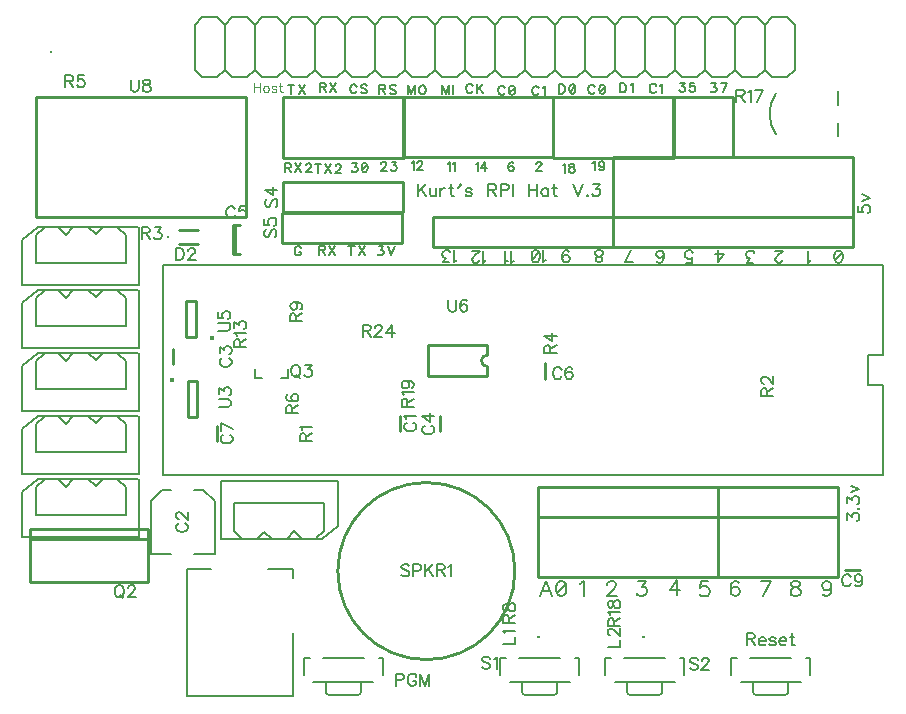
<source format=gto>
G04 DipTrace Beta 3.0.9.0*
G04 TeensyArbotixProRPIT3.6V0.3.gto*
%MOIN*%
G04 #@! TF.FileFunction,Legend,Top*
G04 #@! TF.Part,Single*
%ADD10C,0.009843*%
%ADD31C,0.008*%
%ADD42C,0.005*%
%ADD43C,0.006*%
%ADD50C,0.015395*%
%ADD55C,0.009433*%
%ADD115C,0.006176*%
%ADD116C,0.00772*%
%ADD117C,0.006995*%
%ADD118C,0.004632*%
%FSLAX26Y26*%
G04*
G70*
G90*
G75*
G01*
G04 TopSilk*
%LPD*%
X1658105Y1331462D2*
D10*
Y1280320D1*
X1040105Y873025D2*
D31*
X971360D1*
X896346D2*
X827601D1*
Y1048035D1*
X865108Y1085545D1*
X896346D1*
X1040105Y873025D2*
Y1048035D1*
X1002598Y1085545D1*
X971360D1*
X901328Y1504887D2*
D10*
Y1556029D1*
X1790328Y1280101D2*
Y1331243D1*
X1108838Y1870058D2*
Y1968491D1*
X1101389Y1870058D2*
Y1968491D1*
Y1870058D2*
X1124948D1*
X1101389Y1968491D2*
X1124948D1*
X2139840Y1507212D2*
Y1456070D1*
X1046529Y1299889D2*
Y1248747D1*
X3191028Y818055D2*
X3139886D1*
X2718561Y994016D2*
X2118561D1*
Y794016D1*
X2718561D2*
X2118561D1*
X2718561Y994016D2*
Y794016D1*
X2118561Y994016D2*
X2718561D1*
X2118561Y1094016D2*
X2718561D1*
X2118561Y994016D2*
Y1094016D1*
X2718561Y994016D2*
Y1094016D1*
X3118561Y994016D2*
X2718561D1*
X3118561Y794016D2*
X2718561D1*
X3118561Y994016D2*
Y794016D1*
X2718561Y994016D2*
Y794016D1*
X3118561Y994016D2*
Y1094016D1*
X2718561Y994016D2*
X3118561D1*
X2718561Y1094016D2*
X3118561D1*
X2718561Y994016D2*
Y1094016D1*
X3169016Y1994016D2*
Y2194016D1*
X2369016Y1994016D2*
Y2194016D1*
Y1994016D2*
X3169016D1*
X2369016Y2194016D2*
X3169016D1*
X444016Y2394016D2*
X1144016D1*
Y1994016D1*
X444016D1*
Y2394016D1*
X2769016Y2194016D2*
X2569016D1*
X2769016Y2394016D2*
Y2194016D1*
X2569016Y2394016D2*
Y2194016D1*
X2769016Y2394016D2*
X2569016D1*
X2570197Y2192441D2*
X2167835D1*
Y2395591D1*
X2570197D1*
Y2192441D1*
X1301150Y820393D2*
D31*
X1218473D1*
X1301150Y399132D2*
Y607766D1*
Y820393D2*
Y792817D1*
X946851Y399132D2*
Y820393D1*
X1029528D1*
X946851Y399132D2*
X1301150D1*
X2023384Y444014D2*
D42*
X2223386D1*
X2254620Y469019D2*
Y525261D1*
X2242120D1*
X2192119D2*
X2054650D1*
X2064373Y442015D2*
Y412012D1*
G03X2074386Y402016I10011J16D01*
G01*
X2172384D1*
G03X2182397Y412012I2J10012D01*
G01*
Y442015D1*
X2010884Y525261D2*
X1992150D1*
Y469019D1*
X973544Y2485945D2*
D43*
X998544Y2460945D1*
X1048544D1*
X1073544Y2485945D1*
X1098544Y2460945D1*
X1148544D1*
X1173544Y2485945D1*
X1198544Y2460945D1*
X1248544D1*
X1273544Y2485945D1*
X1298544Y2460945D1*
X1348544D1*
X1373544Y2485945D1*
X1398544Y2460945D1*
X1448544D1*
X1473544Y2485945D1*
X1498544Y2460945D1*
X1548544D1*
X1573544Y2485945D1*
X973544D2*
Y2635945D1*
X998544Y2660945D1*
X1048544D1*
X1073544Y2635945D1*
X1098544Y2660945D1*
X1148544D1*
X1173544Y2635945D1*
X1198544Y2660945D1*
X1248544D1*
X1273544Y2635945D1*
X1298544Y2660945D1*
X1348544D1*
X1373544Y2635945D1*
X1398544Y2660945D1*
X1448544D1*
X1473544Y2635945D1*
X1498544Y2660945D1*
X1548544D1*
X1573544Y2635945D1*
X1598544Y2660945D1*
X1648544D1*
X1673544Y2635945D1*
X1698544Y2660945D1*
X1748544D1*
X1773544Y2635945D1*
X1798544Y2660945D1*
X1848544D1*
X1873544Y2635945D1*
X1898544Y2660945D1*
X1948544D1*
X1973544Y2635945D1*
X1998544Y2660945D1*
X2048544D1*
X2073544Y2635945D1*
X2098544Y2660945D1*
X2148544D1*
X2173544Y2635945D2*
X2148544Y2660945D1*
X2173544Y2635945D2*
X2198544Y2660945D1*
X2248544D2*
X2198544D1*
X2248544D2*
X2273544Y2635945D1*
X2298544Y2660945D1*
X2348544D2*
X2298544D1*
X2348544D2*
X2373544Y2635945D1*
X2398544Y2660945D1*
X2448544D2*
X2398544D1*
X2448544D2*
X2473544Y2635945D1*
X2498544Y2660945D1*
X2548544D2*
X2498544D1*
X2548544D2*
X2573544Y2635945D1*
X2598544Y2660945D1*
X2648544D2*
X2598544D1*
X2648544D2*
X2673544Y2635945D1*
X2698544Y2660945D1*
X2748544D2*
X2698544D1*
X2748544D2*
X2773544Y2635945D1*
X2798544Y2660945D1*
X2848544D2*
X2798544D1*
X2848544D2*
X2873544Y2635945D1*
Y2485945D2*
X2848544Y2460945D1*
X2798544D1*
X2773544Y2485945D2*
X2798544Y2460945D1*
X2773544Y2485945D2*
X2748544Y2460945D1*
X2698544D1*
X2673544Y2485945D2*
X2698544Y2460945D1*
X2673544Y2485945D2*
X2648544Y2460945D1*
X2598544D1*
X2573544Y2485945D2*
X2598544Y2460945D1*
X2573544Y2485945D2*
X2548544Y2460945D1*
X2498544D2*
X2548544D1*
X2498544D2*
X2473544Y2485945D1*
X2448544Y2460945D1*
X2398544D2*
X2448544D1*
X2398544D2*
X2373544Y2485945D1*
X2348544Y2460945D1*
X2298544D1*
X2273544Y2485945D2*
X2298544Y2460945D1*
X2273544Y2485945D2*
X2248544Y2460945D1*
X2198544D1*
X2173544Y2485945D2*
X2198544Y2460945D1*
X2173544Y2485945D2*
X2148544Y2460945D1*
X2098544D1*
X2073544Y2485945D2*
X2098544Y2460945D1*
X2073544Y2485945D2*
X2048544Y2460945D1*
X1998544D1*
X1973544Y2485945D2*
X1998544Y2460945D1*
X1973544Y2485945D2*
X1948544Y2460945D1*
X1898544D1*
X1873544Y2485945D2*
X1898544Y2460945D1*
X1873544Y2485945D2*
X1848544Y2460945D1*
X1798544D1*
X1773544Y2485945D2*
X1798544Y2460945D1*
X1773544Y2485945D2*
X1748544Y2460945D1*
X1698544D1*
X1673544Y2485945D2*
X1698544Y2460945D1*
X1673544Y2485945D2*
X1648544Y2460945D1*
X1598544D1*
X1573544Y2485945D2*
X1598544Y2460945D1*
X1073544Y2635945D2*
Y2485945D1*
X1173544Y2635945D2*
Y2485945D1*
X1273544Y2635945D2*
Y2485945D1*
X1373544Y2635945D2*
Y2485945D1*
X1473544Y2635945D2*
Y2485945D1*
X1573544Y2635945D2*
Y2485945D1*
X1673544Y2635945D2*
Y2485945D1*
X1773544Y2635945D2*
Y2485945D1*
X1873544Y2635945D2*
Y2485945D1*
X1973544Y2635945D2*
Y2485945D1*
X2073544Y2635945D2*
Y2485945D1*
X2173544Y2635945D2*
Y2485945D1*
X2273544Y2635945D2*
Y2485945D1*
X2373544Y2635945D2*
Y2485945D1*
X2473544Y2635945D2*
Y2485945D1*
X2573544Y2635945D2*
Y2485945D1*
X2673544Y2635945D2*
Y2485945D1*
X2773544Y2635945D2*
Y2485945D1*
X2873544Y2635945D2*
Y2485945D1*
Y2635945D2*
X2898544Y2660945D1*
X2948544D2*
X2898544D1*
X2948544D2*
X2973544Y2635945D1*
Y2485945D2*
X2948544Y2460945D1*
X2898544D1*
X2873544Y2485945D2*
X2898544Y2460945D1*
X2973544Y2635945D2*
Y2485945D1*
X399134Y1768975D2*
D42*
X788898D1*
Y1961887D1*
X670020Y1962023D2*
X620013D1*
X570007D1*
X520000D1*
X470032D1*
X450700Y1962003D1*
X399134Y1918587D1*
Y1768975D1*
X519025Y1961019D2*
X544009Y1936019D1*
X569032Y1961019D1*
X619000Y1961887D2*
X644023Y1938027D1*
X669007Y1961887D1*
X719013D1*
X785741D1*
X718000Y1960015D2*
X743997Y1935015D1*
X744036Y1841021D1*
X443996D1*
X444035Y1934031D1*
X472020Y1959030D1*
X399134Y1558975D2*
X788898D1*
Y1751887D1*
X670020Y1752023D2*
X620013D1*
X570007D1*
X520000D1*
X470032D1*
X450700Y1752003D1*
X399134Y1708587D1*
Y1558975D1*
X519025Y1751019D2*
X544009Y1726019D1*
X569032Y1751019D1*
X619000Y1751887D2*
X644023Y1728027D1*
X669007Y1751887D1*
X719013D1*
X785741D1*
X718000Y1750015D2*
X743997Y1725015D1*
X744036Y1631021D1*
X443996D1*
X444035Y1724031D1*
X472020Y1749030D1*
X399134Y1348975D2*
X788898D1*
Y1541887D1*
X670020Y1542023D2*
X620013D1*
X570007D1*
X520000D1*
X470032D1*
X450700Y1542003D1*
X399134Y1498587D1*
Y1348975D1*
X519025Y1541019D2*
X544009Y1516019D1*
X569032Y1541019D1*
X619000Y1541887D2*
X644023Y1518027D1*
X669007Y1541887D1*
X719013D1*
X785741D1*
X718000Y1540015D2*
X743997Y1515015D1*
X744036Y1421021D1*
X443996D1*
X444035Y1514031D1*
X472020Y1539030D1*
X399134Y1138975D2*
X788898D1*
Y1331887D1*
X670020Y1332023D2*
X620013D1*
X570007D1*
X520000D1*
X470032D1*
X450700Y1332003D1*
X399134Y1288587D1*
Y1138975D1*
X519025Y1331019D2*
X544009Y1306019D1*
X569032Y1331019D1*
X619000Y1331887D2*
X644023Y1308027D1*
X669007Y1331887D1*
X719013D1*
X785741D1*
X718000Y1330015D2*
X743997Y1305015D1*
X744036Y1211021D1*
X443996D1*
X444035Y1304031D1*
X472020Y1329030D1*
X399134Y928975D2*
X788898D1*
Y1121887D1*
X670020Y1122023D2*
X620013D1*
X570007D1*
X520000D1*
X470032D1*
X450700Y1122003D1*
X399134Y1078587D1*
Y928975D1*
X519025Y1121019D2*
X544009Y1096019D1*
X569032Y1121019D1*
X619000Y1121887D2*
X644023Y1098027D1*
X669007Y1121887D1*
X719013D1*
X785741D1*
X718000Y1120015D2*
X743997Y1095015D1*
X744036Y1001021D1*
X443996D1*
X444035Y1094031D1*
X472020Y1119030D1*
X1450670Y1113908D2*
X1060906D1*
Y920996D1*
X1179784Y920861D2*
X1229790D1*
X1279797D1*
X1329804D1*
X1379772D1*
X1399104Y920880D1*
X1450670Y964297D1*
Y1113908D1*
X1330778Y921865D2*
X1305794Y946865D1*
X1280772Y921865D1*
X1230804Y920996D2*
X1205781Y944857D1*
X1180797Y920996D1*
X1130790D1*
X1064063D1*
X1131804Y922869D2*
X1105807Y947868D1*
X1105768Y1041863D1*
X1405808D1*
X1405769Y948853D1*
X1377784Y923853D1*
X3169016Y1894016D2*
D10*
X2369016D1*
X3169016Y1994016D2*
Y1894016D1*
Y1994016D2*
X2369016D1*
Y1894016D1*
Y1994016D2*
X1769016D1*
X2369016Y1894016D2*
X1769016D1*
X2369016Y1994016D2*
Y1894016D1*
X1769016Y1994016D2*
Y1894016D1*
G36*
X2123385Y590079D2*
X2115512D1*
Y597953D1*
X2123385D1*
Y590079D1*
G37*
G36*
X2473385D2*
X2465512D1*
Y597953D1*
X2473385D1*
Y590079D1*
G37*
X3119661Y2414007D2*
D42*
Y2369007D1*
Y2264007D2*
Y2309007D1*
X2911655Y2270007D2*
G02X2911655Y2408007I97267J69000D01*
G01*
G36*
X490841Y2541868D2*
X498715D1*
Y2549741D1*
X490841D1*
Y2541868D1*
G37*
X423706Y955532D2*
D10*
X817407D1*
Y778366D1*
X423706D1*
Y955532D1*
Y920099D2*
X817407D1*
X1261618Y1457167D2*
D31*
X1285239D1*
Y1488667D1*
X1198629Y1457167D2*
X1175008D1*
Y1488667D1*
X1369015Y444014D2*
D42*
X1569017D1*
X1600251Y469019D2*
Y525261D1*
X1587751D1*
X1537750D2*
X1400282D1*
X1410004Y442015D2*
Y412012D1*
G03X1420017Y402016I10011J16D01*
G01*
X1518015D1*
G03X1528028Y412012I2J10012D01*
G01*
Y442015D1*
X1356515Y525261D2*
X1337781D1*
Y469019D1*
X2373384Y444014D2*
X2573386D1*
X2604620Y469019D2*
Y525261D1*
X2592120D1*
X2542119D2*
X2404650D1*
X2414373Y442015D2*
Y412012D1*
G03X2424386Y402016I10011J16D01*
G01*
X2522384D1*
G03X2532397Y412012I2J10012D01*
G01*
Y442015D1*
X2360884Y525261D2*
X2342150D1*
Y469019D1*
X2794015Y444014D2*
X2994017D1*
X3025251Y469019D2*
Y525261D1*
X3012751D1*
X2962750D2*
X2825282D1*
X2835004Y442015D2*
Y412012D1*
G03X2845017Y402016I10012J16D01*
G01*
X2943015D1*
G03X2953028Y412012I2J10012D01*
G01*
Y442015D1*
X2781515Y525261D2*
X2762781D1*
Y469019D1*
X1267578Y2111883D2*
D10*
Y2011883D1*
X1667578Y2111883D2*
X1267578D1*
X1667578Y2011883D2*
X1267578D1*
X1667578Y2111883D2*
Y2011883D1*
X1264036Y2009914D2*
Y1909914D1*
X1664036Y2009914D2*
X1264036D1*
X1664036Y1909914D2*
X1264036D1*
X1664036Y2009914D2*
Y1909914D1*
X1670197Y2192441D2*
X1267835D1*
Y2395591D1*
X1670197D1*
Y2192441D1*
X2169016Y2394016D2*
X1669016D1*
X2169016Y2194016D2*
X1669016D1*
X2169016Y2394016D2*
Y2194016D1*
X1669016Y2394016D2*
Y2194016D1*
X1450647Y814777D2*
G02X1450647Y814777I295276J0D01*
G01*
D50*
X897090Y1452327D3*
X951156Y1447065D2*
D10*
Y1328957D1*
X982646Y1447065D2*
Y1328957D1*
X951156D2*
X982646D1*
X951156Y1447065D2*
X982646D1*
X3219096Y1533996D2*
D31*
Y1434036D1*
X3269016D1*
Y1134016D1*
X869016D1*
Y1834016D1*
X3269016D1*
Y1533996D1*
X3219096D1*
D50*
X1030734Y1590862D3*
X976669Y1596125D2*
D10*
Y1714233D1*
X945178Y1596125D2*
Y1714233D1*
X976669D2*
X945178D1*
X976669Y1596125D2*
X945178D1*
X1949329Y1566867D2*
X1752475D1*
X1949329Y1464491D2*
X1752475D1*
Y1566867D2*
Y1464491D1*
X1949329Y1535373D2*
Y1566867D1*
Y1495984D2*
Y1464491D1*
Y1535373D2*
G03X1949329Y1495984I9J-19694D01*
G01*
X921832Y1952670D2*
X984824D1*
X921832Y1905427D2*
X984824D1*
D55*
X884824Y1929049D3*
X1681223Y1309266D2*
D115*
X1677420Y1307365D1*
X1673574Y1303518D1*
X1671672Y1299716D1*
Y1292066D1*
X1673573Y1288220D1*
X1677420Y1284417D1*
X1681223Y1282472D1*
X1686971Y1280570D1*
X1696566D1*
X1702269Y1282472D1*
X1706116Y1284417D1*
X1709919Y1288220D1*
X1711864Y1292066D1*
Y1299716D1*
X1709919Y1303518D1*
X1706116Y1307365D1*
X1702269Y1309266D1*
X1679366Y1321618D2*
X1677420Y1325464D1*
X1671716Y1331212D1*
X1711864D1*
X920898Y974060D2*
X917096Y972159D1*
X913249Y968312D1*
X911348Y964510D1*
Y956860D1*
X913249Y953013D1*
X917096Y949211D1*
X920898Y947265D1*
X926646Y945364D1*
X936241D1*
X941945Y947265D1*
X945792Y949211D1*
X949594Y953013D1*
X951540Y956860D1*
Y964509D1*
X949594Y968312D1*
X945792Y972159D1*
X941945Y974060D1*
X920942Y988357D2*
X919041D1*
X915194Y990258D1*
X913293Y992159D1*
X911392Y996006D1*
Y1003656D1*
X913293Y1007458D1*
X915194Y1009359D1*
X919041Y1011305D1*
X922844D1*
X926690Y1009359D1*
X932394Y1005557D1*
X951540Y986411D1*
Y1013206D1*
X1066199Y1525233D2*
X1062397Y1523332D1*
X1058550Y1519485D1*
X1056649Y1515683D1*
Y1508033D1*
X1058550Y1504187D1*
X1062397Y1500384D1*
X1066199Y1498439D1*
X1071947Y1496537D1*
X1081542D1*
X1087246Y1498439D1*
X1091093Y1500384D1*
X1094895Y1504187D1*
X1096841Y1508033D1*
Y1515683D1*
X1094895Y1519485D1*
X1091093Y1523332D1*
X1087246Y1525233D1*
X1056693Y1541431D2*
Y1562434D1*
X1071991Y1550982D1*
Y1556730D1*
X1073893Y1560533D1*
X1075794Y1562434D1*
X1081542Y1564379D1*
X1085345D1*
X1091093Y1562434D1*
X1094939Y1558631D1*
X1096841Y1552883D1*
Y1547135D1*
X1094939Y1541431D1*
X1092994Y1539530D1*
X1089191Y1537585D1*
X1741301Y1299497D2*
X1737498Y1297595D1*
X1733651Y1293749D1*
X1731750Y1289946D1*
Y1282297D1*
X1733651Y1278450D1*
X1737498Y1274647D1*
X1741300Y1272702D1*
X1747048Y1270801D1*
X1756643D1*
X1762347Y1272702D1*
X1766194Y1274647D1*
X1769996Y1278450D1*
X1771942Y1282297D1*
Y1289946D1*
X1769996Y1293748D1*
X1766194Y1297595D1*
X1762347Y1299497D1*
X1771942Y1330993D2*
X1731794D1*
X1758545Y1311848D1*
Y1340544D1*
X1107943Y2021452D2*
X1106042Y2025255D1*
X1102195Y2029101D1*
X1098393Y2031003D1*
X1090743D1*
X1086897Y2029101D1*
X1083094Y2025255D1*
X1081148Y2021452D1*
X1079247Y2015704D1*
Y2006109D1*
X1081148Y2000405D1*
X1083094Y1996559D1*
X1086897Y1992756D1*
X1090743Y1990811D1*
X1098393D1*
X1102195Y1992756D1*
X1106042Y1996559D1*
X1107943Y2000405D1*
X1143242Y2030958D2*
X1124141D1*
X1122240Y2013759D1*
X1124141Y2015660D1*
X1129889Y2017605D1*
X1135593D1*
X1141341Y2015660D1*
X1145188Y2011857D1*
X1147089Y2006109D1*
Y2002307D1*
X1145188Y1996559D1*
X1141341Y1992712D1*
X1135593Y1990811D1*
X1129889D1*
X1124141Y1992712D1*
X1122240Y1994657D1*
X1120295Y1998460D1*
X2196624Y1485196D2*
X2194723Y1488999D1*
X2190876Y1492845D1*
X2187073Y1494747D1*
X2179424D1*
X2175577Y1492845D1*
X2171775Y1488999D1*
X2169829Y1485196D1*
X2167928Y1479448D1*
Y1469853D1*
X2169829Y1464149D1*
X2171775Y1460303D1*
X2175577Y1456500D1*
X2179424Y1454555D1*
X2187073D1*
X2190876Y1456500D1*
X2194723Y1460303D1*
X2196624Y1464149D1*
X2231923Y1488999D2*
X2230022Y1492801D1*
X2224274Y1494702D1*
X2220471D1*
X2214723Y1492801D1*
X2210877Y1487053D1*
X2208975Y1477503D1*
Y1467952D1*
X2210877Y1460303D1*
X2214723Y1456456D1*
X2220471Y1454555D1*
X2222373D1*
X2228076Y1456456D1*
X2231923Y1460303D1*
X2233825Y1466051D1*
Y1467952D1*
X2231923Y1473700D1*
X2228076Y1477503D1*
X2222373Y1479404D1*
X2220471D1*
X2214723Y1477503D1*
X2210877Y1473700D1*
X2208975Y1467952D1*
X1069647Y1269093D2*
X1065844Y1267192D1*
X1061997Y1263345D1*
X1060096Y1259542D1*
Y1251893D1*
X1061997Y1248046D1*
X1065844Y1244244D1*
X1069647Y1242298D1*
X1075395Y1240397D1*
X1084989D1*
X1090693Y1242298D1*
X1094540Y1244244D1*
X1098343Y1248046D1*
X1100288Y1251893D1*
Y1259542D1*
X1098343Y1263345D1*
X1094540Y1267192D1*
X1090693Y1269093D1*
X1100288Y1289093D2*
X1060140Y1308239D1*
Y1281444D1*
X3161183Y794938D2*
X3159281Y798740D1*
X3155434Y802587D1*
X3151632Y804488D1*
X3143983D1*
X3140136Y802587D1*
X3136333Y798740D1*
X3134388Y794938D1*
X3132487Y789190D1*
Y779595D1*
X3134388Y773891D1*
X3136333Y770044D1*
X3140136Y766242D1*
X3143983Y764296D1*
X3151632D1*
X3155434Y766242D1*
X3159281Y770044D1*
X3161183Y773891D1*
X3198427Y791091D2*
X3196482Y785343D1*
X3192679Y781496D1*
X3186931Y779595D1*
X3185030D1*
X3179282Y781496D1*
X3175479Y785343D1*
X3173534Y791091D1*
Y792992D1*
X3175479Y798740D1*
X3179282Y802543D1*
X3185030Y804444D1*
X3186931D1*
X3192679Y802543D1*
X3196482Y798740D1*
X3198427Y791091D1*
Y781496D1*
X3196482Y771946D1*
X3192679Y766198D1*
X3186931Y764296D1*
X3183129D1*
X3177381Y766198D1*
X3175479Y770044D1*
X761068Y2452594D2*
Y2423899D1*
X762969Y2418150D1*
X766816Y2414348D1*
X772564Y2412402D1*
X776366D1*
X782114Y2414348D1*
X785961Y2418150D1*
X787862Y2423899D1*
Y2452594D1*
X809764Y2452550D2*
X804061Y2450649D1*
X802115Y2446846D1*
Y2443000D1*
X804061Y2439197D1*
X807863Y2437252D1*
X815512Y2435350D1*
X821260Y2433449D1*
X825063Y2429602D1*
X826964Y2425800D1*
Y2420052D1*
X825063Y2416249D1*
X823162Y2414304D1*
X817414Y2412402D1*
X809764D1*
X804061Y2414304D1*
X802115Y2416249D1*
X800214Y2420052D1*
Y2425800D1*
X802115Y2429602D1*
X805962Y2433449D1*
X811666Y2435350D1*
X819315Y2437252D1*
X823162Y2439197D1*
X825063Y2443000D1*
Y2446846D1*
X823162Y2450649D1*
X817414Y2452550D1*
X809764D1*
X1958106Y523129D2*
X1954303Y526975D1*
X1948555Y528877D1*
X1940906D1*
X1935158Y526975D1*
X1931311Y523129D1*
Y519326D1*
X1933256Y515479D1*
X1935158Y513578D1*
X1938960Y511677D1*
X1950456Y507830D1*
X1954303Y505929D1*
X1956204Y503983D1*
X1958106Y500181D1*
Y494433D1*
X1954303Y490630D1*
X1948555Y488685D1*
X1940906D1*
X1935158Y490630D1*
X1931311Y494433D1*
X1970457Y521183D2*
X1974304Y523129D1*
X1980052Y528832D1*
Y488685D1*
X1999846Y571569D2*
X2040038D1*
Y594517D1*
X2007539Y606868D2*
X2005594Y610715D1*
X1999890Y616463D1*
X2040038D1*
X2349846Y562969D2*
X2390038D1*
Y585917D1*
X2359441Y600214D2*
X2357539D1*
X2353692Y602115D1*
X2351791Y604016D1*
X2349890Y607863D1*
Y615512D1*
X2351791Y619315D1*
X2353693Y621216D1*
X2357539Y623162D1*
X2361342D1*
X2365189Y621216D1*
X2370892Y617414D1*
X2390038Y598268D1*
Y625063D1*
X718288Y767515D2*
X714485Y765658D1*
X710638Y761811D1*
X708737Y757965D1*
X706792Y752217D1*
Y742666D1*
X708737Y736918D1*
X710638Y733115D1*
X714485Y729269D1*
X718288Y727367D1*
X725937D1*
X729784Y729269D1*
X733586Y733115D1*
X735487Y736918D1*
X737433Y742666D1*
Y752217D1*
X735487Y757965D1*
X733586Y761811D1*
X729784Y765658D1*
X725937Y767515D1*
X718288D1*
X724036Y735017D2*
X735487Y723521D1*
X751730Y757920D2*
Y759822D1*
X753631Y763668D1*
X755532Y765570D1*
X759379Y767471D1*
X767028D1*
X770831Y765570D1*
X772732Y763668D1*
X774678Y759822D1*
Y756019D1*
X772732Y752172D1*
X768930Y746469D1*
X749784Y727323D1*
X776579D1*
X1307159Y1502272D2*
X1303356Y1500415D1*
X1299510Y1496568D1*
X1297608Y1492721D1*
X1295663Y1486973D1*
Y1477422D1*
X1297608Y1471674D1*
X1299510Y1467872D1*
X1303356Y1464025D1*
X1307159Y1462124D1*
X1314808D1*
X1318655Y1464025D1*
X1322458Y1467872D1*
X1324359Y1471674D1*
X1326304Y1477422D1*
Y1486973D1*
X1324359Y1492721D1*
X1322458Y1496568D1*
X1318655Y1500415D1*
X1314808Y1502272D1*
X1307159D1*
X1312907Y1469773D2*
X1324359Y1458277D1*
X1342503Y1502227D2*
X1363505D1*
X1352053Y1486929D1*
X1357801D1*
X1361604Y1485028D1*
X1363505Y1483126D1*
X1365450Y1477378D1*
Y1473576D1*
X1363505Y1467828D1*
X1359702Y1463981D1*
X1353954Y1462080D1*
X1348206D1*
X1342503Y1463981D1*
X1340601Y1465926D1*
X1338656Y1469729D1*
X1343908Y1247535D2*
Y1264735D1*
X1341963Y1270483D1*
X1340061Y1272429D1*
X1336259Y1274330D1*
X1332412D1*
X1328610Y1272429D1*
X1326664Y1270483D1*
X1324763Y1264735D1*
Y1247535D1*
X1364955D1*
X1343908Y1260933D2*
X1364955Y1274330D1*
X1332456Y1286681D2*
X1330511Y1290528D1*
X1324807Y1296276D1*
X1364955D1*
X2881613Y1398433D2*
Y1415633D1*
X2879667Y1421381D1*
X2877766Y1423326D1*
X2873964Y1425228D1*
X2870117D1*
X2866314Y1423326D1*
X2864369Y1421381D1*
X2862468Y1415633D1*
X2862467Y1398433D1*
X2902659D1*
X2881613Y1411830D2*
X2902660Y1425227D1*
X2872062Y1439524D2*
X2870161D1*
X2866314Y1441426D1*
X2864413Y1443327D1*
X2862512Y1447174D1*
Y1454823D1*
X2864413Y1458626D1*
X2866314Y1460527D1*
X2870161Y1462472D1*
X2873964D1*
X2877810Y1460527D1*
X2883514Y1456724D1*
X2902660Y1437579D1*
Y1464374D1*
X797498Y1941470D2*
X814698D1*
X820446Y1943416D1*
X822392Y1945317D1*
X824293Y1949119D1*
Y1952966D1*
X822392Y1956769D1*
X820446Y1958714D1*
X814698Y1960615D1*
X797498D1*
Y1920423D1*
X810896Y1941470D2*
X824293Y1920423D1*
X840491Y1960571D2*
X861494D1*
X850042Y1945273D1*
X855790D1*
X859592Y1943371D1*
X861494Y1941470D1*
X863439Y1935722D1*
Y1931920D1*
X861494Y1926171D1*
X857691Y1922325D1*
X851943Y1920423D1*
X846195D1*
X840491Y1922325D1*
X838590Y1924270D1*
X836644Y1928073D1*
X2158663Y1541249D2*
Y1558449D1*
X2156717Y1564197D1*
X2154816Y1566142D1*
X2151013Y1568043D1*
X2147167D1*
X2143364Y1566142D1*
X2141419Y1564197D1*
X2139517Y1558449D1*
Y1541249D1*
X2179709D1*
X2158663Y1554646D2*
X2179709Y1568043D1*
Y1599540D2*
X2139562D1*
X2166312Y1580395D1*
Y1609091D1*
X542110Y2447842D2*
X559310D1*
X565058Y2449787D1*
X567003Y2451688D1*
X568905Y2455491D1*
Y2459338D1*
X567003Y2463140D1*
X565058Y2465086D1*
X559310Y2466987D1*
X542110D1*
Y2426795D1*
X555507Y2447842D2*
X568905Y2426795D1*
X604204Y2466943D2*
X585103D1*
X583201Y2449743D1*
X585103Y2451644D1*
X590851Y2453590D1*
X596555D1*
X602303Y2451644D1*
X606149Y2447842D1*
X608051Y2442094D1*
Y2438291D1*
X606149Y2432543D1*
X602303Y2428696D1*
X596555Y2426795D1*
X590851D1*
X585103Y2428696D1*
X583201Y2430642D1*
X581256Y2434444D1*
X1298289Y1341354D2*
Y1358554D1*
X1296343Y1364302D1*
X1294442Y1366248D1*
X1290639Y1368149D1*
X1286793D1*
X1282990Y1366248D1*
X1281045Y1364302D1*
X1279143Y1358554D1*
Y1341354D1*
X1319335D1*
X1298289Y1354752D2*
X1319335Y1368149D1*
X1284891Y1403448D2*
X1281089Y1401547D1*
X1279188Y1395799D1*
Y1391997D1*
X1281089Y1386249D1*
X1286837Y1382402D1*
X1296387Y1380500D1*
X1305938D1*
X1313587Y1382402D1*
X1317434Y1386248D1*
X1319335Y1391996D1*
Y1393898D1*
X1317434Y1399602D1*
X1313587Y1403448D1*
X1307839Y1405350D1*
X1305938D1*
X1300190Y1403448D1*
X1296387Y1399602D1*
X1294486Y1393898D1*
Y1391997D1*
X1296387Y1386248D1*
X1300190Y1382402D1*
X1305938Y1380500D1*
X2020960Y641068D2*
Y658268D1*
X2019014Y664016D1*
X2017113Y665961D1*
X2013310Y667863D1*
X2009464D1*
X2005661Y665961D1*
X2003715Y664016D1*
X2001814Y658268D1*
Y641068D1*
X2042006D1*
X2020960Y654465D2*
X2042006Y667862D1*
X2001858Y689764D2*
X2003760Y684061D1*
X2007562Y682115D1*
X2011409D1*
X2015212Y684061D1*
X2017157Y687863D1*
X2019058Y695512D1*
X2020960Y701260D1*
X2024806Y705063D1*
X2028609Y706964D1*
X2034357D1*
X2038159Y705063D1*
X2040105Y703162D1*
X2042006Y697414D1*
Y689764D1*
X2040105Y684061D1*
X2038159Y682115D1*
X2034357Y680214D1*
X2028609D1*
X2024806Y682115D1*
X2020960Y685962D1*
X2019058Y691666D1*
X2017157Y699315D1*
X2015212Y703162D1*
X2011409Y705063D1*
X2007562D1*
X2003760Y703162D1*
X2001858Y697414D1*
Y689764D1*
X1310596Y1646756D2*
Y1663956D1*
X1308650Y1669704D1*
X1306749Y1671650D1*
X1302947Y1673551D1*
X1299100D1*
X1295297Y1671650D1*
X1293352Y1669704D1*
X1291450Y1663956D1*
Y1646756D1*
X1331642D1*
X1310596Y1660154D2*
X1331642Y1673551D1*
X1304848Y1710796D2*
X1310596Y1708850D1*
X1314443Y1705048D1*
X1316344Y1699300D1*
Y1697398D1*
X1314443Y1691650D1*
X1310596Y1687848D1*
X1304848Y1685902D1*
X1302947D1*
X1297199Y1687848D1*
X1293396Y1691650D1*
X1291495Y1697398D1*
Y1699300D1*
X1293396Y1705048D1*
X1297199Y1708850D1*
X1304848Y1710796D1*
X1314443D1*
X1323993Y1708850D1*
X1329741Y1705048D1*
X1331642Y1699300D1*
Y1695497D1*
X1329741Y1689749D1*
X1325894Y1687848D1*
X1124677Y1560570D2*
Y1577770D1*
X1122732Y1583518D1*
X1120831Y1585463D1*
X1117028Y1587365D1*
X1113181D1*
X1109379Y1585463D1*
X1107433Y1583518D1*
X1105532Y1577770D1*
Y1560570D1*
X1145724D1*
X1124677Y1573967D2*
X1145724Y1587365D1*
X1113226Y1599716D2*
X1111280Y1603563D1*
X1105576Y1609311D1*
X1145724D1*
X1105576Y1625509D2*
Y1646511D1*
X1120875Y1635060D1*
Y1640808D1*
X1122776Y1644610D1*
X1124677Y1646511D1*
X1130425Y1648457D1*
X1134228D1*
X1139976Y1646511D1*
X1143823Y1642709D1*
X1145724Y1636961D1*
Y1631213D1*
X1143823Y1625509D1*
X1141877Y1623608D1*
X1138075Y1621662D1*
X2779574Y2399734D2*
X2796774D1*
X2802522Y2401679D1*
X2804467Y2403581D1*
X2806369Y2407383D1*
Y2411230D1*
X2804467Y2415032D1*
X2802522Y2416978D1*
X2796774Y2418879D1*
X2779574D1*
Y2378687D1*
X2792971Y2399734D2*
X2806369Y2378687D1*
X2818720Y2411186D2*
X2822567Y2413131D1*
X2828315Y2418835D1*
Y2378687D1*
X2848315D2*
X2867461Y2418835D1*
X2840666D1*
X2370960Y630095D2*
Y647295D1*
X2369014Y653043D1*
X2367113Y654988D1*
X2363310Y656889D1*
X2359464D1*
X2355661Y654988D1*
X2353715Y653043D1*
X2351814Y647295D1*
Y630095D1*
X2392006D1*
X2370960Y643492D2*
X2392006Y656889D1*
X2359508Y669241D2*
X2357562Y673088D1*
X2351858Y678836D1*
X2392006D1*
X2351858Y700738D2*
X2353760Y695034D1*
X2357562Y693088D1*
X2361409D1*
X2365212Y695034D1*
X2367157Y698836D1*
X2369058Y706486D1*
X2370960Y712234D1*
X2374806Y716036D1*
X2378609Y717937D1*
X2384357D1*
X2388159Y716036D1*
X2390105Y714135D1*
X2392006Y708387D1*
Y700737D1*
X2390105Y695034D1*
X2388159Y693088D1*
X2384357Y691187D1*
X2378609D1*
X2374806Y693088D1*
X2370960Y696935D1*
X2369058Y702639D1*
X2367157Y710288D1*
X2365212Y714135D1*
X2361409Y716036D1*
X2357562D1*
X2353760Y714135D1*
X2351858Y708387D1*
Y700738D1*
X1682933Y1362710D2*
Y1379910D1*
X1680988Y1385658D1*
X1679086Y1387603D1*
X1675284Y1389504D1*
X1671437D1*
X1667634Y1387603D1*
X1665689Y1385658D1*
X1663788Y1379910D1*
Y1362710D1*
X1703980D1*
X1682933Y1376107D2*
X1703980Y1389504D1*
X1671481Y1401856D2*
X1669536Y1405702D1*
X1663832Y1411450D1*
X1703980D1*
X1677185Y1448695D2*
X1682933Y1446750D1*
X1686780Y1442947D1*
X1688681Y1437199D1*
Y1435298D1*
X1686780Y1429550D1*
X1682933Y1425747D1*
X1677185Y1423802D1*
X1675284D1*
X1669536Y1425747D1*
X1665733Y1429550D1*
X1663832Y1435298D1*
Y1437199D1*
X1665733Y1442947D1*
X1669536Y1446750D1*
X1677185Y1448695D1*
X1686780D1*
X1696330Y1446750D1*
X1702078Y1442947D1*
X1703980Y1437199D1*
Y1433397D1*
X1702078Y1427649D1*
X1698232Y1425747D1*
X1644551Y451486D2*
X1661795D1*
X1667499Y453387D1*
X1669445Y455333D1*
X1671346Y459135D1*
Y464883D1*
X1669445Y468686D1*
X1667499Y470632D1*
X1661795Y472533D1*
X1644551D1*
Y432341D1*
X1712393Y462982D2*
X1710492Y466785D1*
X1706645Y470632D1*
X1702843Y472533D1*
X1695193D1*
X1691347Y470632D1*
X1687544Y466785D1*
X1685598Y462982D1*
X1683697Y457234D1*
Y447639D1*
X1685598Y441936D1*
X1687544Y438089D1*
X1691347Y434286D1*
X1695193Y432341D1*
X1702843D1*
X1706645Y434286D1*
X1710492Y438089D1*
X1712393Y441936D1*
Y447639D1*
X1702843D1*
X1755342Y432341D2*
Y472533D1*
X1740043Y432341D1*
X1724745Y472533D1*
Y432341D1*
X2650313Y519706D2*
X2646510Y523553D1*
X2640762Y525454D1*
X2633113D1*
X2627365Y523553D1*
X2623518Y519706D1*
Y515903D1*
X2625464Y512057D1*
X2627365Y510155D1*
X2631167Y508254D1*
X2642663Y504407D1*
X2646510Y502506D1*
X2648411Y500561D1*
X2650313Y496758D1*
Y491010D1*
X2646510Y487208D1*
X2640762Y485262D1*
X2633113D1*
X2627365Y487208D1*
X2623518Y491010D1*
X2664610Y515859D2*
Y517761D1*
X2666511Y521607D1*
X2668412Y523509D1*
X2672259Y525410D1*
X2679908D1*
X2683711Y523509D1*
X2685612Y521607D1*
X2687558Y517761D1*
Y513958D1*
X2685612Y510111D1*
X2681810Y504407D1*
X2662664Y485262D1*
X2689459D1*
X2814795Y588449D2*
X2831995D1*
X2837743Y590395D1*
X2839689Y592296D1*
X2841590Y596098D1*
Y599945D1*
X2839689Y603748D1*
X2837743Y605693D1*
X2831995Y607594D1*
X2814795D1*
Y567402D1*
X2828193Y588449D2*
X2841590Y567402D1*
X2853941Y582701D2*
X2876889D1*
Y586548D1*
X2874988Y590395D1*
X2873087Y592296D1*
X2869240Y594197D1*
X2863492D1*
X2859689Y592296D1*
X2855843Y588449D1*
X2853941Y582701D1*
Y578899D1*
X2855843Y573150D1*
X2859689Y569348D1*
X2863492Y567402D1*
X2869240D1*
X2873087Y569348D1*
X2876889Y573150D1*
X2910287Y588449D2*
X2908386Y592296D1*
X2902638Y594197D1*
X2896890D1*
X2891142Y592296D1*
X2889241Y588449D1*
X2891142Y584647D1*
X2894989Y582701D1*
X2904539Y580800D1*
X2908386Y578899D1*
X2910287Y575052D1*
Y573150D1*
X2908386Y569348D1*
X2902638Y567402D1*
X2896890D1*
X2891142Y569348D1*
X2889241Y573150D1*
X2922639Y582701D2*
X2945587D1*
Y586548D1*
X2943685Y590395D1*
X2941784Y592296D1*
X2937937Y594197D1*
X2932189D1*
X2928387Y592296D1*
X2924540Y588449D1*
X2922639Y582701D1*
Y578899D1*
X2924540Y573150D1*
X2928387Y569348D1*
X2932189Y567402D1*
X2937937D1*
X2941784Y569348D1*
X2945587Y573150D1*
X2963686Y607594D2*
Y575052D1*
X2965587Y569348D1*
X2969434Y567402D1*
X2973237D1*
X2957938Y594197D2*
X2971335D1*
X1214747Y2054757D2*
X1210901Y2050955D1*
X1208999Y2045207D1*
Y2037557D1*
X1210901Y2031809D1*
X1214747Y2027963D1*
X1218550D1*
X1222397Y2029908D1*
X1224298Y2031809D1*
X1226199Y2035612D1*
X1230046Y2047108D1*
X1231947Y2050955D1*
X1233893Y2052856D1*
X1237695Y2054757D1*
X1243443D1*
X1247246Y2050955D1*
X1249191Y2045207D1*
Y2037557D1*
X1247246Y2031809D1*
X1243443Y2027963D1*
X1249191Y2086254D2*
X1209043D1*
X1235794Y2067109D1*
Y2095804D1*
X1211205Y1953738D2*
X1207359Y1949936D1*
X1205457Y1944187D1*
Y1936538D1*
X1207359Y1930790D1*
X1211205Y1926943D1*
X1215008D1*
X1218855Y1928889D1*
X1220756Y1930790D1*
X1222657Y1934593D1*
X1226504Y1946089D1*
X1228405Y1949935D1*
X1230351Y1951837D1*
X1234153Y1953738D1*
X1239901D1*
X1243704Y1949935D1*
X1245649Y1944187D1*
Y1936538D1*
X1243704Y1930790D1*
X1239901Y1926943D1*
X1205502Y1989037D2*
Y1969936D1*
X1222701Y1968035D1*
X1220800Y1969936D1*
X1218855Y1975684D1*
Y1981388D1*
X1220800Y1987136D1*
X1224603Y1990983D1*
X1230351Y1992884D1*
X1234153D1*
X1239901Y1990983D1*
X1243748Y1987136D1*
X1245649Y1981388D1*
Y1975684D1*
X1243748Y1969936D1*
X1241803Y1968035D1*
X1238000Y1966089D1*
X1689628Y831535D2*
X1685825Y835382D1*
X1680077Y837283D1*
X1672428D1*
X1666680Y835382D1*
X1662833Y831535D1*
Y827732D1*
X1664779Y823886D1*
X1666680Y821984D1*
X1670483Y820083D1*
X1681979Y816236D1*
X1685825Y814335D1*
X1687727Y812390D1*
X1689628Y808587D1*
Y802839D1*
X1685825Y799036D1*
X1680077Y797091D1*
X1672428D1*
X1666680Y799036D1*
X1662833Y802839D1*
X1701979Y816236D2*
X1719223D1*
X1724927Y818138D1*
X1726873Y820083D1*
X1728774Y823886D1*
Y829634D1*
X1726873Y833436D1*
X1724927Y835382D1*
X1719223Y837283D1*
X1701979D1*
Y797091D1*
X1741125Y837283D2*
Y797091D1*
X1767920Y837283D2*
X1741125Y810488D1*
X1750676Y820083D2*
X1767920Y797091D1*
X1780271Y818138D2*
X1797471D1*
X1803219Y820083D1*
X1805165Y821984D1*
X1807066Y825787D1*
Y829634D1*
X1805165Y833436D1*
X1803219Y835382D1*
X1797471Y837283D1*
X1780271D1*
Y797091D1*
X1793669Y818138D2*
X1807066Y797091D1*
X1819418Y829589D2*
X1823264Y831535D1*
X1829012Y837239D1*
Y797091D1*
X1055235Y1361522D2*
X1083931D1*
X1089679Y1363423D1*
X1093482Y1367270D1*
X1095427Y1373018D1*
Y1376821D1*
X1093482Y1382569D1*
X1089679Y1386415D1*
X1083931Y1388317D1*
X1055235D1*
X1055279Y1404515D2*
Y1425517D1*
X1070578Y1414065D1*
Y1419813D1*
X1072479Y1423616D1*
X1074381Y1425517D1*
X1080129Y1427463D1*
X1083931D1*
X1089679Y1425517D1*
X1093526Y1421715D1*
X1095427Y1415967D1*
Y1410219D1*
X1093526Y1404515D1*
X1091580Y1402614D1*
X1087778Y1400668D1*
X1051999Y1615727D2*
X1080695D1*
X1086443Y1617628D1*
X1090246Y1621475D1*
X1092191Y1627223D1*
Y1631025D1*
X1090246Y1636773D1*
X1086443Y1640620D1*
X1080695Y1642521D1*
X1051999Y1642522D1*
X1052043Y1677821D2*
Y1658720D1*
X1069243Y1656818D1*
X1067342Y1658720D1*
X1065396Y1664468D1*
Y1670171D1*
X1067342Y1675919D1*
X1071144Y1679766D1*
X1076892Y1681667D1*
X1080695D1*
X1086443Y1679766D1*
X1090290Y1675919D1*
X1092191Y1670171D1*
Y1664468D1*
X1090290Y1658720D1*
X1088344Y1656818D1*
X1084542Y1654873D1*
X1818904Y1719926D2*
Y1691231D1*
X1820805Y1685483D1*
X1824652Y1681680D1*
X1830400Y1679734D1*
X1834203D1*
X1839951Y1681680D1*
X1843798Y1685483D1*
X1845699Y1691231D1*
Y1719926D1*
X1880998Y1714178D2*
X1879097Y1717981D1*
X1873349Y1719882D1*
X1869546D1*
X1863798Y1717981D1*
X1859952Y1712233D1*
X1858050Y1702682D1*
Y1693132D1*
X1859952Y1685483D1*
X1863798Y1681636D1*
X1869546Y1679734D1*
X1871448D1*
X1877151Y1681636D1*
X1880998Y1685483D1*
X1882899Y1691231D1*
Y1693132D1*
X1880998Y1698880D1*
X1877151Y1702682D1*
X1871448Y1704584D1*
X1869546D1*
X1863798Y1702682D1*
X1859952Y1698880D1*
X1858050Y1693132D1*
X1533735Y1616072D2*
X1550934D1*
X1556682Y1618018D1*
X1558628Y1619919D1*
X1560529Y1623722D1*
Y1627569D1*
X1558628Y1631371D1*
X1556682Y1633317D1*
X1550934Y1635218D1*
X1533735D1*
Y1595026D1*
X1547132Y1616072D2*
X1560529Y1595026D1*
X1574826Y1625623D2*
Y1627524D1*
X1576727Y1631371D1*
X1578629Y1633272D1*
X1582475Y1635174D1*
X1590125D1*
X1593927Y1633272D1*
X1595829Y1631371D1*
X1597774Y1627524D1*
Y1623722D1*
X1595829Y1619875D1*
X1592026Y1614171D1*
X1572881Y1595026D1*
X1599675D1*
X1631172D2*
Y1635174D1*
X1612027Y1608423D1*
X1640723D1*
X911309Y1891860D2*
Y1851668D1*
X924707D1*
X930455Y1853614D1*
X934302Y1857416D1*
X936203Y1861263D1*
X938104Y1866967D1*
Y1876562D1*
X936203Y1882310D1*
X934302Y1886112D1*
X930455Y1889959D1*
X924707Y1891860D1*
X911309D1*
X952401Y1882266D2*
Y1884167D1*
X954302Y1888014D1*
X956204Y1889915D1*
X960050Y1891816D1*
X967700D1*
X971502Y1889915D1*
X973403Y1888014D1*
X975349Y1884167D1*
Y1880364D1*
X973403Y1876518D1*
X969601Y1870814D1*
X950455Y1851668D1*
X977250D1*
X3149181Y986095D2*
Y1007097D1*
X3164480Y995646D1*
Y1001394D1*
X3166381Y1005196D1*
X3168282Y1007097D1*
X3174030Y1009043D1*
X3177833D1*
X3183581Y1007097D1*
X3187428Y1003295D1*
X3189329Y997547D1*
Y991799D1*
X3187428Y986095D1*
X3185482Y984194D1*
X3181679Y982248D1*
X3185482Y1023296D2*
X3187428Y1021394D1*
X3189329Y1023296D1*
X3187428Y1025241D1*
X3185482Y1023296D1*
X3149181Y1041439D2*
Y1062442D1*
X3164480Y1050990D1*
Y1056738D1*
X3166381Y1060540D1*
X3168282Y1062442D1*
X3174030Y1064387D1*
X3177833D1*
X3183581Y1062442D1*
X3187428Y1058639D1*
X3189329Y1052891D1*
Y1047143D1*
X3187428Y1041439D1*
X3185482Y1039538D1*
X3181680Y1037592D1*
X3162534Y1076739D2*
X3189329Y1088235D1*
X3162534Y1099686D1*
X2258221Y771181D2*
D116*
X2263029Y773612D1*
X2270214Y780742D1*
Y730557D1*
X2349577Y769814D2*
Y772191D1*
X2351953Y777000D1*
X2354330Y779376D1*
X2359138Y781753D1*
X2368700D1*
X2373453Y779376D1*
X2375830Y777000D1*
X2378262Y772191D1*
Y767438D1*
X2375830Y762629D1*
X2371077Y755500D1*
X2347145Y731568D1*
X2380638D1*
X2451953Y781753D2*
X2478206D1*
X2463892Y762629D1*
X2471077D1*
X2475830Y760253D1*
X2478206Y757876D1*
X2480638Y750691D1*
Y745938D1*
X2478206Y738753D1*
X2473453Y733945D1*
X2466268Y731568D1*
X2459083D1*
X2451953Y733945D1*
X2449577Y736376D1*
X2447145Y741130D1*
X2788520Y774623D2*
X2786143Y779376D1*
X2778958Y781753D1*
X2774205D1*
X2767020Y779376D1*
X2762212Y772191D1*
X2759835Y760253D1*
Y748315D1*
X2762212Y738753D1*
X2767020Y733945D1*
X2774205Y731568D1*
X2776582D1*
X2783712Y733945D1*
X2788520Y738753D1*
X2790897Y745938D1*
Y748315D1*
X2788520Y755500D1*
X2783712Y760253D1*
X2776582Y762629D1*
X2774205D1*
X2767020Y760253D1*
X2762212Y755500D1*
X2759835Y748315D1*
X2869397Y731568D2*
X2893328Y781753D1*
X2859835D1*
X2971773D2*
X2964644Y779376D1*
X2962212Y774623D1*
Y769814D1*
X2964644Y765061D1*
X2969397Y762629D1*
X2978958Y760253D1*
X2986143Y757876D1*
X2990897Y753068D1*
X2993273Y748315D1*
Y741130D1*
X2990897Y736376D1*
X2988520Y733945D1*
X2981335Y731568D1*
X2971773D1*
X2964644Y733945D1*
X2962212Y736376D1*
X2959835Y741130D1*
Y748315D1*
X2962212Y753068D1*
X2967020Y757876D1*
X2974150Y760253D1*
X2983712Y762629D1*
X2988520Y765061D1*
X2990897Y769814D1*
Y774623D1*
X2988520Y779376D1*
X2981335Y781753D1*
X2971773D1*
X3095952Y765061D2*
X3093520Y757876D1*
X3088767Y753068D1*
X3081582Y750691D1*
X3079205D1*
X3072020Y753068D1*
X3067267Y757876D1*
X3064835Y765061D1*
Y767438D1*
X3067267Y774623D1*
X3072020Y779376D1*
X3079205Y781753D1*
X3081582D1*
X3088767Y779376D1*
X3093520Y774623D1*
X3095952Y765061D1*
Y753068D1*
X3093520Y741130D1*
X3088767Y733945D1*
X3081582Y731568D1*
X3076829D1*
X3069644Y733945D1*
X3067267Y738753D1*
X3185256Y2031824D2*
D115*
Y2012722D1*
X3202456Y2010821D1*
X3200554Y2012722D1*
X3198609Y2018470D1*
Y2024174D1*
X3200554Y2029922D1*
X3204357Y2033769D1*
X3210105Y2035670D1*
X3213908D1*
X3219656Y2033769D1*
X3223502Y2029922D1*
X3225404Y2024174D1*
Y2018470D1*
X3223502Y2012722D1*
X3221557Y2010821D1*
X3217754Y2008876D1*
X3198609Y2048022D2*
X3225404Y2059518D1*
X3198609Y2070970D1*
X2163452Y731568D2*
D116*
X2144273Y781808D1*
X2125150Y731568D1*
X2132335Y748315D2*
X2156267D1*
X2193261Y781753D2*
X2186076Y779376D1*
X2181268Y772191D1*
X2178891Y760253D1*
Y753068D1*
X2181268Y741130D1*
X2186076Y733945D1*
X2193261Y731568D1*
X2198014D1*
X2205199Y733945D1*
X2209953Y741130D1*
X2212384Y753068D1*
Y760253D1*
X2209953Y772191D1*
X2205199Y779376D1*
X2198014Y781753D1*
X2193261D1*
X2209953Y772191D2*
X2181268Y741130D1*
X2580329Y734928D2*
Y785112D1*
X2556397Y751674D1*
X2592267D1*
X2685697Y780388D2*
X2661821D1*
X2659444Y758888D1*
X2661821Y761265D1*
X2669006Y763696D1*
X2676136D1*
X2683321Y761265D1*
X2688129Y756511D1*
X2690506Y749326D1*
Y744573D1*
X2688129Y737388D1*
X2683321Y732580D1*
X2676136Y730203D1*
X2669006D1*
X2661821Y732580D1*
X2659444Y735012D1*
X2657012Y739765D1*
X3027059Y1850649D2*
D115*
X3023212Y1848704D1*
X3017464Y1843000D1*
Y1883148D1*
X2932528Y1852577D2*
Y1850675D1*
X2930627Y1846829D1*
X2928726Y1844927D1*
X2924879Y1843026D1*
X2917230D1*
X2913427Y1844927D1*
X2911526Y1846829D1*
X2909581Y1850675D1*
Y1854478D1*
X2911526Y1858325D1*
X2915329Y1864029D1*
X2934474Y1883174D1*
X2907679D1*
X2834695Y1842338D2*
X2813693Y1842339D1*
X2825145Y1857637D1*
X2819397D1*
X2815594Y1859538D1*
X2813693Y1861440D1*
X2811748Y1867188D1*
Y1870990D1*
X2813693Y1876738D1*
X2817496Y1880585D1*
X2823244Y1882486D1*
X2828992D1*
X2834695Y1880585D1*
X2836597Y1878639D1*
X2838542Y1874837D1*
X2513481Y1848935D2*
X2515383Y1845132D1*
X2521131Y1843231D1*
X2524933D1*
X2530681Y1845132D1*
X2534528Y1850880D1*
X2536429Y1860431D1*
Y1869981D1*
X2534528Y1877631D1*
X2530681Y1881477D1*
X2524933Y1883379D1*
X2523032D1*
X2517328Y1881477D1*
X2513481Y1877631D1*
X2511580Y1871883D1*
Y1869981D1*
X2513481Y1864233D1*
X2517328Y1860431D1*
X2523032Y1858529D1*
X2524933D1*
X2530681Y1860431D1*
X2534528Y1864233D1*
X2536429Y1869981D1*
X2428032Y1884014D2*
X2408887Y1843866D1*
X2435681D1*
X2325055Y1845060D2*
X2330758Y1846962D1*
X2332704Y1850764D1*
Y1854611D1*
X2330758Y1858413D1*
X2326956Y1860359D1*
X2319307Y1862260D1*
X2313559Y1864161D1*
X2309756Y1868008D1*
X2307855Y1871811D1*
Y1877559D1*
X2309756Y1881361D1*
X2311657Y1883307D1*
X2317405Y1885208D1*
X2325055D1*
X2330758Y1883307D1*
X2332704Y1881361D1*
X2334605Y1877559D1*
Y1871811D1*
X2332704Y1868008D1*
X2328857Y1864161D1*
X2323153Y1862260D1*
X2315504Y1860359D1*
X2311657Y1858413D1*
X2309756Y1854611D1*
Y1850764D1*
X2311657Y1846962D1*
X2317405Y1845060D1*
X2325055D1*
X2198360Y1857574D2*
X2200306Y1863322D1*
X2204108Y1867168D1*
X2209856Y1869070D1*
X2211757D1*
X2217505Y1867168D1*
X2221308Y1863322D1*
X2223253Y1857573D1*
Y1855672D1*
X2221308Y1849924D1*
X2217505Y1846122D1*
X2211757Y1844220D1*
X2209856D1*
X2204108Y1846122D1*
X2200306Y1849924D1*
X2198360Y1857574D1*
Y1867168D1*
X2200306Y1876719D1*
X2204108Y1882467D1*
X2209856Y1884368D1*
X2213659D1*
X2219407Y1882467D1*
X2221308Y1878620D1*
X2717599Y1884224D2*
Y1844076D1*
X2736744Y1870826D1*
X2708048Y1870827D1*
X2611290Y1843341D2*
X2630391D1*
X2632292Y1860541D1*
X2630391Y1858640D1*
X2624643Y1856694D1*
X2618939D1*
X2613191Y1858640D1*
X2609344Y1862442D1*
X2607443Y1868190D1*
Y1871993D1*
X2609344Y1877741D1*
X2613191Y1881588D1*
X2618939Y1883489D1*
X2624643D1*
X2630391Y1881588D1*
X2632292Y1879642D1*
X2634238Y1875840D1*
X3121574Y1842554D2*
X3127322Y1844455D1*
X3131168Y1850203D1*
X3133070Y1859754D1*
Y1865502D1*
X3131168Y1875052D1*
X3127322Y1880800D1*
X3121574Y1882702D1*
X3117771D1*
X3112023Y1880800D1*
X3108221Y1875052D1*
X3106275Y1865502D1*
Y1859754D1*
X3108221Y1850203D1*
X3112023Y1844455D1*
X3117771Y1842554D1*
X3121574D1*
X3108221Y1850203D2*
X3131168Y1875052D1*
X2145269Y1852093D2*
X2141422Y1850147D1*
X2135674Y1844443D1*
Y1884591D1*
X2111827Y1844443D2*
X2117575Y1846345D1*
X2121422Y1852093D1*
X2123323Y1861643D1*
Y1867391D1*
X2121422Y1876942D1*
X2117575Y1882690D1*
X2111827Y1884591D1*
X2108025D1*
X2102277Y1882690D1*
X2098474Y1876942D1*
X2096528Y1867391D1*
Y1861643D1*
X2098474Y1852093D1*
X2102276Y1846345D1*
X2108024Y1844444D1*
X2111827Y1844443D1*
X2098474Y1852093D2*
X2121422Y1876942D1*
X2038393Y1849914D2*
X2034546Y1847969D1*
X2028798Y1842265D1*
Y1882413D1*
X2016446Y1849914D2*
X2012600Y1847969D1*
X2006852Y1842265D1*
Y1882413D1*
X1945532Y1850610D2*
X1941685Y1848664D1*
X1935937Y1842961D1*
Y1883108D1*
X1921640Y1852511D2*
Y1850610D1*
X1919739Y1846763D1*
X1917838Y1844862D1*
X1913991Y1842961D1*
X1906341D1*
X1902539Y1844862D1*
X1900638Y1846763D1*
X1898692Y1850610D1*
Y1854412D1*
X1900638Y1858259D1*
X1904440Y1863963D1*
X1923586Y1883108D1*
X1896791D1*
X1847881Y1851962D2*
X1844034Y1850016D1*
X1838286Y1844312D1*
Y1884460D1*
X1822088Y1844312D2*
X1801085D1*
X1812537Y1859611D1*
X1806789D1*
X1802987Y1861512D1*
X1801085Y1863413D1*
X1799140Y1869161D1*
Y1872964D1*
X1801086Y1878712D1*
X1804888Y1882559D1*
X1810636Y1884460D1*
X1816384D1*
X1822088Y1882559D1*
X1823989Y1880613D1*
X1825935Y1876811D1*
X1390689Y2427224D2*
D117*
X1403589D1*
X1407900Y2428683D1*
X1409359Y2430109D1*
X1410785Y2432961D1*
Y2435846D1*
X1409359Y2438698D1*
X1407900Y2440157D1*
X1403589Y2441583D1*
X1390689D1*
Y2411439D1*
X1400737Y2427224D2*
X1410785Y2411439D1*
X1424775Y2441583D2*
X1444871Y2411439D1*
Y2441583D2*
X1424775Y2411439D1*
X1296000Y2434405D2*
Y2404261D1*
X1285952Y2434405D2*
X1306048D1*
X1320037D2*
X1340133Y2404261D1*
Y2434405D2*
X1320037Y2404261D1*
X1275492Y2159652D2*
X1288392D1*
X1292703Y2161111D1*
X1294162Y2162537D1*
X1295588Y2165389D1*
Y2168274D1*
X1294162Y2171126D1*
X1292703Y2172585D1*
X1288392Y2174011D1*
X1275492D1*
Y2143867D1*
X1285540Y2159652D2*
X1295588Y2143867D1*
X1309578Y2174011D2*
X1329674Y2143867D1*
Y2174011D2*
X1309578Y2143867D1*
X1345123Y2166815D2*
Y2168241D1*
X1346548Y2171126D1*
X1347974Y2172552D1*
X1350859Y2173978D1*
X1356596D1*
X1359448Y2172552D1*
X1360874Y2171126D1*
X1362333Y2168241D1*
Y2165389D1*
X1360874Y2162504D1*
X1358022Y2158226D1*
X1343663Y2143867D1*
X1363759D1*
X1384005Y2171951D2*
Y2141807D1*
X1373957Y2171951D2*
X1394053D1*
X1408042D2*
X1428138Y2141807D1*
Y2171951D2*
X1408042Y2141807D1*
X1443587Y2164755D2*
Y2166180D1*
X1445013Y2169066D1*
X1446439Y2170492D1*
X1449324Y2171917D1*
X1455061D1*
X1457913Y2170492D1*
X1459339Y2169066D1*
X1460798Y2166180D1*
Y2163329D1*
X1459339Y2160444D1*
X1456487Y2156166D1*
X1442128Y2141807D1*
X1462224D1*
X1717067Y2104730D2*
Y2064538D1*
X1743862Y2104730D2*
X1717067Y2077935D1*
X1726618Y2087530D2*
X1743862Y2064538D1*
X1757851Y2091332D2*
Y2072187D1*
X1759753Y2066483D1*
X1763599Y2064538D1*
X1769347D1*
X1773150Y2066483D1*
X1778898Y2072187D1*
Y2091332D2*
Y2064538D1*
X1792887Y2091332D2*
Y2064538D1*
Y2079836D2*
X1794833Y2085584D1*
X1798636Y2089431D1*
X1802482Y2091332D1*
X1808230D1*
X1827968Y2104730D2*
Y2072187D1*
X1829869Y2066483D1*
X1833716Y2064538D1*
X1837518D1*
X1822220Y2091332D2*
X1835617D1*
X1861103Y2104686D2*
X1851508Y2093190D1*
X1863004Y2102784D1*
X1861103Y2104686D1*
X1898040Y2085584D2*
X1896139Y2089431D1*
X1890391Y2091332D1*
X1884643D1*
X1878895Y2089431D1*
X1876993Y2085584D1*
X1878895Y2081782D1*
X1882742Y2079836D1*
X1892292Y2077935D1*
X1896139Y2076034D1*
X1898040Y2072187D1*
Y2070286D1*
X1896139Y2066483D1*
X1890391Y2064538D1*
X1884643D1*
X1878895Y2066483D1*
X1876993Y2070286D1*
X1952549Y2085584D2*
X1969748D1*
X1975496Y2087530D1*
X1977442Y2089431D1*
X1979343Y2093234D1*
Y2097081D1*
X1977442Y2100883D1*
X1975496Y2102829D1*
X1969748Y2104730D1*
X1952549D1*
Y2064538D1*
X1965946Y2085584D2*
X1979343Y2064538D1*
X1993333Y2083683D2*
X2010577D1*
X2016281Y2085584D1*
X2018226Y2087530D1*
X2020127Y2091332D1*
Y2097081D1*
X2018226Y2100883D1*
X2016281Y2102829D1*
X2010577Y2104730D1*
X1993333D1*
Y2064538D1*
X2034117Y2104730D2*
Y2064538D1*
X2088625Y2104730D2*
Y2064538D1*
X2115420Y2104730D2*
Y2064538D1*
X2088625Y2085584D2*
X2115420D1*
X2152357Y2091332D2*
Y2064538D1*
Y2085584D2*
X2148555Y2089431D1*
X2144708Y2091332D1*
X2139004D1*
X2135157Y2089431D1*
X2131355Y2085584D1*
X2129409Y2079836D1*
Y2076034D1*
X2131355Y2070286D1*
X2135157Y2066483D1*
X2139004Y2064538D1*
X2144708D1*
X2148555Y2066483D1*
X2152357Y2070286D1*
X2172095Y2104730D2*
Y2072187D1*
X2173996Y2066483D1*
X2177843Y2064538D1*
X2181645D1*
X2166347Y2091332D2*
X2179744D1*
X2236154Y2104730D2*
X2251452Y2064538D1*
X2266751Y2104730D1*
X2282642Y2068385D2*
X2280741Y2066439D1*
X2282642Y2064538D1*
X2284587Y2066439D1*
X2282642Y2068385D1*
X2302424Y2104686D2*
X2323426D1*
X2311974Y2089387D1*
X2317722D1*
X2321525Y2087486D1*
X2323426Y2085584D1*
X2325371Y2079836D1*
Y2076034D1*
X2323426Y2070286D1*
X2319623Y2066439D1*
X2313875Y2064538D1*
X2308127D1*
X2302424Y2066439D1*
X2300522Y2068385D1*
X2298577Y2072187D1*
X1172670Y2441636D2*
D118*
Y2411492D1*
X1192766Y2441636D2*
Y2411492D1*
X1172670Y2427277D2*
X1192766D1*
X1209193Y2431588D2*
X1206341Y2430162D1*
X1203456Y2427277D1*
X1202030Y2422966D1*
Y2420114D1*
X1203456Y2415803D1*
X1206341Y2412951D1*
X1209193Y2411492D1*
X1213504D1*
X1216389Y2412951D1*
X1219241Y2415803D1*
X1220700Y2420114D1*
Y2422966D1*
X1219241Y2427277D1*
X1216389Y2430162D1*
X1213504Y2431588D1*
X1209193D1*
X1245749Y2427277D2*
X1244323Y2430162D1*
X1240012Y2431588D1*
X1235701D1*
X1231390Y2430162D1*
X1229964Y2427277D1*
X1231390Y2424425D1*
X1234275Y2422966D1*
X1241438Y2421540D1*
X1244323Y2420114D1*
X1245749Y2417229D1*
Y2415803D1*
X1244323Y2412951D1*
X1240012Y2411492D1*
X1235701D1*
X1231390Y2412951D1*
X1229964Y2415803D1*
X1259323Y2441636D2*
Y2417229D1*
X1260749Y2412951D1*
X1263634Y2411492D1*
X1266486D1*
X1255012Y2431588D2*
X1265060D1*
X1513458Y2430050D2*
D117*
X1512032Y2432902D1*
X1509147Y2435787D1*
X1506295Y2437213D1*
X1500558D1*
X1497673Y2435787D1*
X1494821Y2432902D1*
X1493362Y2430050D1*
X1491936Y2425739D1*
Y2418543D1*
X1493362Y2414265D1*
X1494821Y2411380D1*
X1497673Y2408528D1*
X1500558Y2407069D1*
X1506295D1*
X1509147Y2408528D1*
X1512032Y2411380D1*
X1513458Y2414265D1*
X1547543Y2432902D2*
X1544691Y2435787D1*
X1540380Y2437213D1*
X1534643D1*
X1530332Y2435787D1*
X1527447Y2432902D1*
Y2430050D1*
X1528907Y2427165D1*
X1530332Y2425739D1*
X1533184Y2424313D1*
X1541806Y2421428D1*
X1544691Y2420002D1*
X1546117Y2418543D1*
X1547543Y2415691D1*
Y2411380D1*
X1544691Y2408528D1*
X1540380Y2407069D1*
X1534643D1*
X1530332Y2408528D1*
X1527447Y2411380D1*
X1589547Y2421030D2*
X1602447D1*
X1606758Y2422489D1*
X1608218Y2423915D1*
X1609643Y2426767D1*
Y2429652D1*
X1608218Y2432504D1*
X1606758Y2433963D1*
X1602447Y2435389D1*
X1589547D1*
Y2405245D1*
X1599595Y2421030D2*
X1609643Y2405245D1*
X1643729Y2431078D2*
X1640877Y2433963D1*
X1636566Y2435389D1*
X1630829D1*
X1626518Y2433963D1*
X1623633Y2431078D1*
Y2428226D1*
X1625092Y2425341D1*
X1626518Y2423915D1*
X1629370Y2422489D1*
X1637992Y2419604D1*
X1640877Y2418178D1*
X1642303Y2416719D1*
X1643729Y2413867D1*
Y2409556D1*
X1640877Y2406704D1*
X1636566Y2405245D1*
X1630829D1*
X1626518Y2406704D1*
X1623633Y2409556D1*
X1707207Y2403736D2*
Y2433880D1*
X1695733Y2403736D1*
X1684259Y2433880D1*
Y2403736D1*
X1729818Y2433880D2*
X1726933Y2432454D1*
X1724081Y2429569D1*
X1722622Y2426717D1*
X1721196Y2422406D1*
Y2415210D1*
X1722622Y2410932D1*
X1724081Y2408047D1*
X1726933Y2405195D1*
X1729818Y2403736D1*
X1735555D1*
X1738407Y2405195D1*
X1741292Y2408047D1*
X1742718Y2410932D1*
X1744144Y2415210D1*
Y2422406D1*
X1742718Y2426717D1*
X1741292Y2429569D1*
X1738407Y2432454D1*
X1735555Y2433880D1*
X1729818D1*
X1821209Y2405914D2*
Y2436058D1*
X1809735Y2405914D1*
X1798261Y2436058D1*
Y2405914D1*
X1835199Y2436058D2*
Y2405914D1*
X1899888Y2431572D2*
X1898462Y2434424D1*
X1895577Y2437309D1*
X1892725Y2438735D1*
X1886988D1*
X1884103Y2437309D1*
X1881251Y2434424D1*
X1879792Y2431572D1*
X1878366Y2427261D1*
Y2420065D1*
X1879792Y2415788D1*
X1881251Y2412902D1*
X1884103Y2410051D1*
X1886988Y2408591D1*
X1892725D1*
X1895577Y2410051D1*
X1898462Y2412902D1*
X1899888Y2415788D1*
X1913878Y2438735D2*
Y2408591D1*
X1933974Y2438735D2*
X1913878Y2418639D1*
X1921041Y2425836D2*
X1933974Y2408591D1*
X2007329Y2424971D2*
X2005903Y2427823D1*
X2003018Y2430708D1*
X2000166Y2432134D1*
X1994429D1*
X1991544Y2430708D1*
X1988692Y2427823D1*
X1987233Y2424971D1*
X1985807Y2420660D1*
Y2413464D1*
X1987233Y2409186D1*
X1988692Y2406301D1*
X1991544Y2403449D1*
X1994429Y2401990D1*
X2000166D1*
X2003018Y2403449D1*
X2005903Y2406301D1*
X2007329Y2409186D1*
X2029941Y2432101D2*
X2025630Y2430675D1*
X2022745Y2426364D1*
X2021319Y2419201D1*
Y2414890D1*
X2022745Y2407727D1*
X2025630Y2403416D1*
X2029941Y2401990D1*
X2032793D1*
X2037104Y2403416D1*
X2039956Y2407727D1*
X2041415Y2414890D1*
Y2419201D1*
X2039956Y2426364D1*
X2037104Y2430675D1*
X2032793Y2432101D1*
X2029941D1*
X2039956Y2426364D2*
X2022745Y2407727D1*
X2120020Y2424210D2*
X2118594Y2427062D1*
X2115709Y2429947D1*
X2112857Y2431373D1*
X2107120D1*
X2104235Y2429947D1*
X2101383Y2427062D1*
X2099924Y2424210D1*
X2098498Y2419899D1*
Y2412703D1*
X2099924Y2408425D1*
X2101383Y2405540D1*
X2104235Y2402688D1*
X2107120Y2401229D1*
X2112857D1*
X2115709Y2402688D1*
X2118594Y2405540D1*
X2120020Y2408425D1*
X2134009Y2425603D2*
X2136894Y2427062D1*
X2141205Y2431340D1*
Y2401229D1*
X2188366Y2436793D2*
Y2406649D1*
X2198414D1*
X2202725Y2408108D1*
X2205610Y2410960D1*
X2207036Y2413845D1*
X2208462Y2418123D1*
Y2425319D1*
X2207036Y2429630D1*
X2205610Y2432482D1*
X2202725Y2435367D1*
X2198414Y2436793D1*
X2188366D1*
X2231074Y2436760D2*
X2226763Y2435334D1*
X2223878Y2431023D1*
X2222452Y2423860D1*
Y2419549D1*
X2223878Y2412386D1*
X2226763Y2408075D1*
X2231074Y2406649D1*
X2233926D1*
X2238237Y2408075D1*
X2241089Y2412386D1*
X2242548Y2419549D1*
Y2423860D1*
X2241089Y2431023D1*
X2238237Y2435334D1*
X2233926Y2436760D1*
X2231074D1*
X2241089Y2431023D2*
X2223878Y2412386D1*
X2307618Y2428318D2*
X2306192Y2431170D1*
X2303307Y2434055D1*
X2300455Y2435481D1*
X2294718D1*
X2291833Y2434055D1*
X2288981Y2431170D1*
X2287522Y2428318D1*
X2286096Y2424007D1*
Y2416811D1*
X2287522Y2412533D1*
X2288981Y2409648D1*
X2291833Y2406796D1*
X2294718Y2405337D1*
X2300455D1*
X2303307Y2406796D1*
X2306192Y2409648D1*
X2307618Y2412533D1*
X2330230Y2435448D2*
X2325919Y2434022D1*
X2323033Y2429711D1*
X2321608Y2422548D1*
Y2418237D1*
X2323033Y2411074D1*
X2325919Y2406763D1*
X2330230Y2405337D1*
X2333081D1*
X2337392Y2406763D1*
X2340244Y2411074D1*
X2341704Y2418237D1*
Y2422548D1*
X2340244Y2429711D1*
X2337392Y2434022D1*
X2333081Y2435448D1*
X2330230D1*
X2340244Y2429711D2*
X2323033Y2411074D1*
X2392303Y2440245D2*
Y2410101D1*
X2402351D1*
X2406662Y2411560D1*
X2409547Y2414412D1*
X2410973Y2417297D1*
X2412399Y2421575D1*
Y2428771D1*
X2410973Y2433082D1*
X2409547Y2435934D1*
X2406662Y2438819D1*
X2402351Y2440245D1*
X2392303D1*
X2426389Y2434474D2*
X2429274Y2435934D1*
X2433585Y2440211D1*
Y2410101D1*
X2511542Y2431769D2*
X2510116Y2434621D1*
X2507231Y2437506D1*
X2504379Y2438932D1*
X2498642D1*
X2495757Y2437506D1*
X2492905Y2434621D1*
X2491446Y2431769D1*
X2490020Y2427458D1*
Y2420262D1*
X2491446Y2415984D1*
X2492905Y2413099D1*
X2495757Y2410247D1*
X2498642Y2408788D1*
X2504379D1*
X2507231Y2410247D1*
X2510116Y2413099D1*
X2511542Y2415984D1*
X2525531Y2433162D2*
X2528416Y2434621D1*
X2532727Y2438899D1*
Y2408788D1*
X2591278Y2442167D2*
X2607030D1*
X2598441Y2430693D1*
X2602752D1*
X2605604Y2429267D1*
X2607030Y2427841D1*
X2608489Y2423530D1*
Y2420678D1*
X2607030Y2416367D1*
X2604178Y2413482D1*
X2599867Y2412056D1*
X2595556D1*
X2591278Y2413482D1*
X2589852Y2414941D1*
X2588393Y2417793D1*
X2639689Y2442167D2*
X2625363D1*
X2623937Y2429267D1*
X2625363Y2430693D1*
X2629674Y2432152D1*
X2633952D1*
X2638263Y2430693D1*
X2641148Y2427841D1*
X2642574Y2423530D1*
Y2420678D1*
X2641148Y2416367D1*
X2638263Y2413482D1*
X2633952Y2412056D1*
X2629674D1*
X2625363Y2413482D1*
X2623937Y2414941D1*
X2622478Y2417793D1*
X2696330Y2440973D2*
X2712082D1*
X2703493Y2429499D1*
X2707804D1*
X2710656Y2428073D1*
X2712082Y2426647D1*
X2713541Y2422336D1*
Y2419484D1*
X2712082Y2415173D1*
X2709230Y2412288D1*
X2704919Y2410862D1*
X2700608D1*
X2696330Y2412288D1*
X2694904Y2413747D1*
X2693445Y2416599D1*
X2733268Y2410862D2*
X2747627Y2440973D1*
X2727531D1*
X1499349Y2174857D2*
X1515100D1*
X1506512Y2163383D1*
X1510823D1*
X1513674Y2161957D1*
X1515100Y2160531D1*
X1516560Y2156220D1*
Y2153368D1*
X1515100Y2149057D1*
X1512248Y2146172D1*
X1507937Y2144746D1*
X1503626D1*
X1499349Y2146172D1*
X1497923Y2147631D1*
X1496464Y2150483D1*
X1539171Y2174857D2*
X1534860Y2173431D1*
X1531975Y2169120D1*
X1530549Y2161957D1*
Y2157646D1*
X1531975Y2150483D1*
X1534860Y2146172D1*
X1539171Y2144746D1*
X1542023D1*
X1546334Y2146172D1*
X1549186Y2150483D1*
X1550645Y2157646D1*
Y2161957D1*
X1549186Y2169120D1*
X1546334Y2173431D1*
X1542023Y2174857D1*
X1539171D1*
X1549186Y2169120D2*
X1531975Y2150483D1*
X1594563Y2171303D2*
Y2172729D1*
X1595989Y2175614D1*
X1597415Y2177040D1*
X1600300Y2178466D1*
X1606037D1*
X1608889Y2177040D1*
X1610315Y2175614D1*
X1611774Y2172729D1*
Y2169877D1*
X1610315Y2166992D1*
X1607463Y2162714D1*
X1593104Y2148355D1*
X1613200D1*
X1630074Y2178466D2*
X1645826D1*
X1637237Y2166992D1*
X1641548D1*
X1644400Y2165566D1*
X1645826Y2164140D1*
X1647285Y2159829D1*
Y2156977D1*
X1645826Y2152666D1*
X1642974Y2149781D1*
X1638663Y2148355D1*
X1634352D1*
X1630074Y2149781D1*
X1628649Y2151240D1*
X1627189Y2154092D1*
X1696517Y2176653D2*
D42*
X1699402Y2178112D1*
X1703713Y2182390D1*
Y2152279D1*
X1715173Y2175227D2*
Y2176653D1*
X1716598Y2179538D1*
X1718024Y2180964D1*
X1720909Y2182390D1*
X1726646D1*
X1729498Y2180964D1*
X1730924Y2179538D1*
X1732383Y2176653D1*
Y2173801D1*
X1730924Y2170916D1*
X1728072Y2166638D1*
X1713713Y2152279D1*
X1733809D1*
X1816719Y2172821D2*
X1819604Y2174280D1*
X1823916Y2178558D1*
Y2148447D1*
X1833916Y2172821D2*
X1836801Y2174280D1*
X1841112Y2178558D1*
Y2148447D1*
X1910673Y2171495D2*
X1913559Y2172955D1*
X1917870Y2177232D1*
Y2147122D1*
X1942229D2*
Y2177232D1*
X1927870Y2157170D1*
X1949392D1*
X2036165Y2173611D2*
X2034739Y2176463D1*
X2030428Y2177889D1*
X2027576D1*
X2023265Y2176463D1*
X2020380Y2172152D1*
X2018954Y2164989D1*
Y2157826D1*
X2020380Y2152089D1*
X2023265Y2149204D1*
X2027576Y2147778D1*
X2029002D1*
X2033280Y2149204D1*
X2036165Y2152089D1*
X2037591Y2156400D1*
Y2157826D1*
X2036165Y2162137D1*
X2033280Y2164989D1*
X2029002Y2166415D1*
X2027576D1*
X2023265Y2164989D1*
X2020380Y2162137D1*
X2018954Y2157826D1*
X2112492Y2172051D2*
Y2173477D1*
X2113918Y2176362D1*
X2115344Y2177788D1*
X2118229Y2179214D1*
X2123966D1*
X2126818Y2177788D1*
X2128244Y2176362D1*
X2129703Y2173477D1*
Y2170625D1*
X2128244Y2167740D1*
X2125392Y2163462D1*
X2111033Y2149103D1*
X2131129D1*
X2199811Y2167489D2*
D117*
X2202696Y2168948D1*
X2207007Y2173226D1*
Y2143115D1*
X2228160Y2173226D2*
X2223882Y2171800D1*
X2222423Y2168948D1*
Y2166063D1*
X2223882Y2163211D1*
X2226734Y2161752D1*
X2232471Y2160326D1*
X2236782Y2158900D1*
X2239634Y2156015D1*
X2241060Y2153163D1*
Y2148852D1*
X2239634Y2146000D1*
X2238208Y2144541D1*
X2233897Y2143115D1*
X2228160D1*
X2223882Y2144541D1*
X2222423Y2146000D1*
X2220997Y2148852D1*
Y2153163D1*
X2222423Y2156015D1*
X2225308Y2158900D1*
X2229586Y2160326D1*
X2235323Y2161752D1*
X2238208Y2163211D1*
X2239634Y2166063D1*
Y2168948D1*
X2238208Y2171800D1*
X2233897Y2173226D1*
X2228160D1*
X2299625Y2174868D2*
X2302510Y2176327D1*
X2306821Y2180605D1*
Y2150494D1*
X2339481Y2170590D2*
X2338021Y2166279D1*
X2335170Y2163394D1*
X2330859Y2161968D1*
X2329433D1*
X2325122Y2163394D1*
X2322270Y2166279D1*
X2320811Y2170590D1*
Y2172016D1*
X2322270Y2176327D1*
X2325122Y2179179D1*
X2329433Y2180605D1*
X2330859D1*
X2335170Y2179179D1*
X2338021Y2176327D1*
X2339481Y2170590D1*
Y2163394D1*
X2338021Y2156231D1*
X2335170Y2151920D1*
X2330859Y2150494D1*
X2328007D1*
X2323696Y2151920D1*
X2322270Y2154805D1*
X1327953Y1890901D2*
X1326527Y1893752D1*
X1323642Y1896638D1*
X1320790Y1898063D1*
X1315053D1*
X1312168Y1896638D1*
X1309316Y1893752D1*
X1307857Y1890901D1*
X1306431Y1886590D1*
Y1879393D1*
X1307857Y1875116D1*
X1309316Y1872231D1*
X1312168Y1869379D1*
X1315053Y1867919D1*
X1320790D1*
X1323642Y1869379D1*
X1326527Y1872231D1*
X1327953Y1875116D1*
Y1879393D1*
X1320790D1*
X1388418Y1884740D2*
X1401317D1*
X1405629Y1886199D1*
X1407088Y1887625D1*
X1408514Y1890477D1*
Y1893362D1*
X1407088Y1896214D1*
X1405629Y1897673D1*
X1401317Y1899099D1*
X1388418D1*
Y1868955D1*
X1398466Y1884740D2*
X1408514Y1868955D1*
X1422503Y1899099D2*
X1442599Y1868955D1*
Y1899099D2*
X1422503Y1868955D1*
X1496365Y1898336D2*
Y1868192D1*
X1486317Y1898336D2*
X1506413D1*
X1520402D2*
X1540498Y1868192D1*
Y1898336D2*
X1520402Y1868192D1*
X1586770Y1897019D2*
X1602522D1*
X1593933Y1885545D1*
X1598244D1*
X1601096Y1884119D1*
X1602522Y1882693D1*
X1603981Y1878382D1*
Y1875530D1*
X1602522Y1871219D1*
X1599670Y1868334D1*
X1595359Y1866908D1*
X1591048D1*
X1586770Y1868334D1*
X1585344Y1869793D1*
X1583885Y1872645D1*
X1617970Y1897052D2*
X1629444Y1866908D1*
X1640918Y1897052D1*
M02*

</source>
